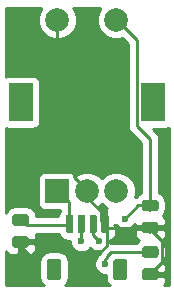
<source format=gbr>
G04 #@! TF.GenerationSoftware,KiCad,Pcbnew,5.0.2-5.fc29*
G04 #@! TF.CreationDate,2019-02-27T20:31:01+01:00*
G04 #@! TF.ProjectId,zynthian_controller_single2_smd_sh,7a796e74-6869-4616-9e5f-636f6e74726f,rev?*
G04 #@! TF.SameCoordinates,Original*
G04 #@! TF.FileFunction,Copper,L1,Top*
G04 #@! TF.FilePolarity,Positive*
%FSLAX46Y46*%
G04 Gerber Fmt 4.6, Leading zero omitted, Abs format (unit mm)*
G04 Created by KiCad (PCBNEW 5.0.2-5.fc29) date mié 27 feb 2019 20:31:01 CET*
%MOMM*%
%LPD*%
G01*
G04 APERTURE LIST*
G04 #@! TA.AperFunction,ComponentPad*
%ADD10R,2.000000X2.000000*%
G04 #@! TD*
G04 #@! TA.AperFunction,ComponentPad*
%ADD11C,2.000000*%
G04 #@! TD*
G04 #@! TA.AperFunction,ComponentPad*
%ADD12R,2.000000X3.200000*%
G04 #@! TD*
G04 #@! TA.AperFunction,Conductor*
%ADD13C,0.100000*%
G04 #@! TD*
G04 #@! TA.AperFunction,SMDPad,CuDef*
%ADD14C,0.975000*%
G04 #@! TD*
G04 #@! TA.AperFunction,SMDPad,CuDef*
%ADD15C,1.200000*%
G04 #@! TD*
G04 #@! TA.AperFunction,SMDPad,CuDef*
%ADD16C,0.600000*%
G04 #@! TD*
G04 #@! TA.AperFunction,ViaPad*
%ADD17C,0.600000*%
G04 #@! TD*
G04 #@! TA.AperFunction,Conductor*
%ADD18C,0.250000*%
G04 #@! TD*
G04 #@! TA.AperFunction,Conductor*
%ADD19C,0.254000*%
G04 #@! TD*
G04 APERTURE END LIST*
D10*
G04 #@! TO.P,SW1,A*
G04 #@! TO.N,N/C*
X153924000Y-111175800D03*
D11*
G04 #@! TO.P,SW1,C*
X156424000Y-111175800D03*
G04 #@! TO.P,SW1,B*
X158924000Y-111175800D03*
D12*
G04 #@! TO.P,SW1,MP*
X150824000Y-103675800D03*
X162024000Y-103675800D03*
D11*
G04 #@! TO.P,SW1,S2*
X153924000Y-96675800D03*
G04 #@! TO.P,SW1,S1*
X158924000Y-96675800D03*
G04 #@! TD*
D13*
G04 #@! TO.N,CON-4*
G04 #@! TO.C,C1*
G36*
X162278142Y-113798674D02*
X162301803Y-113802184D01*
X162325007Y-113807996D01*
X162347529Y-113816054D01*
X162369153Y-113826282D01*
X162389670Y-113838579D01*
X162408883Y-113852829D01*
X162426607Y-113868893D01*
X162442671Y-113886617D01*
X162456921Y-113905830D01*
X162469218Y-113926347D01*
X162479446Y-113947971D01*
X162487504Y-113970493D01*
X162493316Y-113993697D01*
X162496826Y-114017358D01*
X162498000Y-114041250D01*
X162498000Y-114528750D01*
X162496826Y-114552642D01*
X162493316Y-114576303D01*
X162487504Y-114599507D01*
X162479446Y-114622029D01*
X162469218Y-114643653D01*
X162456921Y-114664170D01*
X162442671Y-114683383D01*
X162426607Y-114701107D01*
X162408883Y-114717171D01*
X162389670Y-114731421D01*
X162369153Y-114743718D01*
X162347529Y-114753946D01*
X162325007Y-114762004D01*
X162301803Y-114767816D01*
X162278142Y-114771326D01*
X162254250Y-114772500D01*
X161341750Y-114772500D01*
X161317858Y-114771326D01*
X161294197Y-114767816D01*
X161270993Y-114762004D01*
X161248471Y-114753946D01*
X161226847Y-114743718D01*
X161206330Y-114731421D01*
X161187117Y-114717171D01*
X161169393Y-114701107D01*
X161153329Y-114683383D01*
X161139079Y-114664170D01*
X161126782Y-114643653D01*
X161116554Y-114622029D01*
X161108496Y-114599507D01*
X161102684Y-114576303D01*
X161099174Y-114552642D01*
X161098000Y-114528750D01*
X161098000Y-114041250D01*
X161099174Y-114017358D01*
X161102684Y-113993697D01*
X161108496Y-113970493D01*
X161116554Y-113947971D01*
X161126782Y-113926347D01*
X161139079Y-113905830D01*
X161153329Y-113886617D01*
X161169393Y-113868893D01*
X161187117Y-113852829D01*
X161206330Y-113838579D01*
X161226847Y-113826282D01*
X161248471Y-113816054D01*
X161270993Y-113807996D01*
X161294197Y-113802184D01*
X161317858Y-113798674D01*
X161341750Y-113797500D01*
X162254250Y-113797500D01*
X162278142Y-113798674D01*
X162278142Y-113798674D01*
G37*
D14*
G04 #@! TD*
G04 #@! TO.P,C1,2*
G04 #@! TO.N,CON-4*
X161798000Y-114285000D03*
D13*
G04 #@! TO.N,CON-3*
G04 #@! TO.C,C1*
G36*
X162278142Y-111923674D02*
X162301803Y-111927184D01*
X162325007Y-111932996D01*
X162347529Y-111941054D01*
X162369153Y-111951282D01*
X162389670Y-111963579D01*
X162408883Y-111977829D01*
X162426607Y-111993893D01*
X162442671Y-112011617D01*
X162456921Y-112030830D01*
X162469218Y-112051347D01*
X162479446Y-112072971D01*
X162487504Y-112095493D01*
X162493316Y-112118697D01*
X162496826Y-112142358D01*
X162498000Y-112166250D01*
X162498000Y-112653750D01*
X162496826Y-112677642D01*
X162493316Y-112701303D01*
X162487504Y-112724507D01*
X162479446Y-112747029D01*
X162469218Y-112768653D01*
X162456921Y-112789170D01*
X162442671Y-112808383D01*
X162426607Y-112826107D01*
X162408883Y-112842171D01*
X162389670Y-112856421D01*
X162369153Y-112868718D01*
X162347529Y-112878946D01*
X162325007Y-112887004D01*
X162301803Y-112892816D01*
X162278142Y-112896326D01*
X162254250Y-112897500D01*
X161341750Y-112897500D01*
X161317858Y-112896326D01*
X161294197Y-112892816D01*
X161270993Y-112887004D01*
X161248471Y-112878946D01*
X161226847Y-112868718D01*
X161206330Y-112856421D01*
X161187117Y-112842171D01*
X161169393Y-112826107D01*
X161153329Y-112808383D01*
X161139079Y-112789170D01*
X161126782Y-112768653D01*
X161116554Y-112747029D01*
X161108496Y-112724507D01*
X161102684Y-112701303D01*
X161099174Y-112677642D01*
X161098000Y-112653750D01*
X161098000Y-112166250D01*
X161099174Y-112142358D01*
X161102684Y-112118697D01*
X161108496Y-112095493D01*
X161116554Y-112072971D01*
X161126782Y-112051347D01*
X161139079Y-112030830D01*
X161153329Y-112011617D01*
X161169393Y-111993893D01*
X161187117Y-111977829D01*
X161206330Y-111963579D01*
X161226847Y-111951282D01*
X161248471Y-111941054D01*
X161270993Y-111932996D01*
X161294197Y-111927184D01*
X161317858Y-111923674D01*
X161341750Y-111922500D01*
X162254250Y-111922500D01*
X162278142Y-111923674D01*
X162278142Y-111923674D01*
G37*
D14*
G04 #@! TD*
G04 #@! TO.P,C1,1*
G04 #@! TO.N,CON-3*
X161798000Y-112410000D03*
D13*
G04 #@! TO.N,CON-4*
G04 #@! TO.C,C2*
G36*
X162278142Y-117735674D02*
X162301803Y-117739184D01*
X162325007Y-117744996D01*
X162347529Y-117753054D01*
X162369153Y-117763282D01*
X162389670Y-117775579D01*
X162408883Y-117789829D01*
X162426607Y-117805893D01*
X162442671Y-117823617D01*
X162456921Y-117842830D01*
X162469218Y-117863347D01*
X162479446Y-117884971D01*
X162487504Y-117907493D01*
X162493316Y-117930697D01*
X162496826Y-117954358D01*
X162498000Y-117978250D01*
X162498000Y-118465750D01*
X162496826Y-118489642D01*
X162493316Y-118513303D01*
X162487504Y-118536507D01*
X162479446Y-118559029D01*
X162469218Y-118580653D01*
X162456921Y-118601170D01*
X162442671Y-118620383D01*
X162426607Y-118638107D01*
X162408883Y-118654171D01*
X162389670Y-118668421D01*
X162369153Y-118680718D01*
X162347529Y-118690946D01*
X162325007Y-118699004D01*
X162301803Y-118704816D01*
X162278142Y-118708326D01*
X162254250Y-118709500D01*
X161341750Y-118709500D01*
X161317858Y-118708326D01*
X161294197Y-118704816D01*
X161270993Y-118699004D01*
X161248471Y-118690946D01*
X161226847Y-118680718D01*
X161206330Y-118668421D01*
X161187117Y-118654171D01*
X161169393Y-118638107D01*
X161153329Y-118620383D01*
X161139079Y-118601170D01*
X161126782Y-118580653D01*
X161116554Y-118559029D01*
X161108496Y-118536507D01*
X161102684Y-118513303D01*
X161099174Y-118489642D01*
X161098000Y-118465750D01*
X161098000Y-117978250D01*
X161099174Y-117954358D01*
X161102684Y-117930697D01*
X161108496Y-117907493D01*
X161116554Y-117884971D01*
X161126782Y-117863347D01*
X161139079Y-117842830D01*
X161153329Y-117823617D01*
X161169393Y-117805893D01*
X161187117Y-117789829D01*
X161206330Y-117775579D01*
X161226847Y-117763282D01*
X161248471Y-117753054D01*
X161270993Y-117744996D01*
X161294197Y-117739184D01*
X161317858Y-117735674D01*
X161341750Y-117734500D01*
X162254250Y-117734500D01*
X162278142Y-117735674D01*
X162278142Y-117735674D01*
G37*
D14*
G04 #@! TD*
G04 #@! TO.P,C2,2*
G04 #@! TO.N,CON-4*
X161798000Y-118222000D03*
D13*
G04 #@! TO.N,CON-2*
G04 #@! TO.C,C2*
G36*
X162278142Y-115860674D02*
X162301803Y-115864184D01*
X162325007Y-115869996D01*
X162347529Y-115878054D01*
X162369153Y-115888282D01*
X162389670Y-115900579D01*
X162408883Y-115914829D01*
X162426607Y-115930893D01*
X162442671Y-115948617D01*
X162456921Y-115967830D01*
X162469218Y-115988347D01*
X162479446Y-116009971D01*
X162487504Y-116032493D01*
X162493316Y-116055697D01*
X162496826Y-116079358D01*
X162498000Y-116103250D01*
X162498000Y-116590750D01*
X162496826Y-116614642D01*
X162493316Y-116638303D01*
X162487504Y-116661507D01*
X162479446Y-116684029D01*
X162469218Y-116705653D01*
X162456921Y-116726170D01*
X162442671Y-116745383D01*
X162426607Y-116763107D01*
X162408883Y-116779171D01*
X162389670Y-116793421D01*
X162369153Y-116805718D01*
X162347529Y-116815946D01*
X162325007Y-116824004D01*
X162301803Y-116829816D01*
X162278142Y-116833326D01*
X162254250Y-116834500D01*
X161341750Y-116834500D01*
X161317858Y-116833326D01*
X161294197Y-116829816D01*
X161270993Y-116824004D01*
X161248471Y-116815946D01*
X161226847Y-116805718D01*
X161206330Y-116793421D01*
X161187117Y-116779171D01*
X161169393Y-116763107D01*
X161153329Y-116745383D01*
X161139079Y-116726170D01*
X161126782Y-116705653D01*
X161116554Y-116684029D01*
X161108496Y-116661507D01*
X161102684Y-116638303D01*
X161099174Y-116614642D01*
X161098000Y-116590750D01*
X161098000Y-116103250D01*
X161099174Y-116079358D01*
X161102684Y-116055697D01*
X161108496Y-116032493D01*
X161116554Y-116009971D01*
X161126782Y-115988347D01*
X161139079Y-115967830D01*
X161153329Y-115948617D01*
X161169393Y-115930893D01*
X161187117Y-115914829D01*
X161206330Y-115900579D01*
X161226847Y-115888282D01*
X161248471Y-115878054D01*
X161270993Y-115869996D01*
X161294197Y-115864184D01*
X161317858Y-115860674D01*
X161341750Y-115859500D01*
X162254250Y-115859500D01*
X162278142Y-115860674D01*
X162278142Y-115860674D01*
G37*
D14*
G04 #@! TD*
G04 #@! TO.P,C2,1*
G04 #@! TO.N,CON-2*
X161798000Y-116347000D03*
D13*
G04 #@! TO.N,CON-4*
G04 #@! TO.C,C3*
G36*
X151292642Y-115005174D02*
X151316303Y-115008684D01*
X151339507Y-115014496D01*
X151362029Y-115022554D01*
X151383653Y-115032782D01*
X151404170Y-115045079D01*
X151423383Y-115059329D01*
X151441107Y-115075393D01*
X151457171Y-115093117D01*
X151471421Y-115112330D01*
X151483718Y-115132847D01*
X151493946Y-115154471D01*
X151502004Y-115176993D01*
X151507816Y-115200197D01*
X151511326Y-115223858D01*
X151512500Y-115247750D01*
X151512500Y-115735250D01*
X151511326Y-115759142D01*
X151507816Y-115782803D01*
X151502004Y-115806007D01*
X151493946Y-115828529D01*
X151483718Y-115850153D01*
X151471421Y-115870670D01*
X151457171Y-115889883D01*
X151441107Y-115907607D01*
X151423383Y-115923671D01*
X151404170Y-115937921D01*
X151383653Y-115950218D01*
X151362029Y-115960446D01*
X151339507Y-115968504D01*
X151316303Y-115974316D01*
X151292642Y-115977826D01*
X151268750Y-115979000D01*
X150356250Y-115979000D01*
X150332358Y-115977826D01*
X150308697Y-115974316D01*
X150285493Y-115968504D01*
X150262971Y-115960446D01*
X150241347Y-115950218D01*
X150220830Y-115937921D01*
X150201617Y-115923671D01*
X150183893Y-115907607D01*
X150167829Y-115889883D01*
X150153579Y-115870670D01*
X150141282Y-115850153D01*
X150131054Y-115828529D01*
X150122996Y-115806007D01*
X150117184Y-115782803D01*
X150113674Y-115759142D01*
X150112500Y-115735250D01*
X150112500Y-115247750D01*
X150113674Y-115223858D01*
X150117184Y-115200197D01*
X150122996Y-115176993D01*
X150131054Y-115154471D01*
X150141282Y-115132847D01*
X150153579Y-115112330D01*
X150167829Y-115093117D01*
X150183893Y-115075393D01*
X150201617Y-115059329D01*
X150220830Y-115045079D01*
X150241347Y-115032782D01*
X150262971Y-115022554D01*
X150285493Y-115014496D01*
X150308697Y-115008684D01*
X150332358Y-115005174D01*
X150356250Y-115004000D01*
X151268750Y-115004000D01*
X151292642Y-115005174D01*
X151292642Y-115005174D01*
G37*
D14*
G04 #@! TD*
G04 #@! TO.P,C3,2*
G04 #@! TO.N,CON-4*
X150812500Y-115491500D03*
D13*
G04 #@! TO.N,CON-1*
G04 #@! TO.C,C3*
G36*
X151292642Y-113130174D02*
X151316303Y-113133684D01*
X151339507Y-113139496D01*
X151362029Y-113147554D01*
X151383653Y-113157782D01*
X151404170Y-113170079D01*
X151423383Y-113184329D01*
X151441107Y-113200393D01*
X151457171Y-113218117D01*
X151471421Y-113237330D01*
X151483718Y-113257847D01*
X151493946Y-113279471D01*
X151502004Y-113301993D01*
X151507816Y-113325197D01*
X151511326Y-113348858D01*
X151512500Y-113372750D01*
X151512500Y-113860250D01*
X151511326Y-113884142D01*
X151507816Y-113907803D01*
X151502004Y-113931007D01*
X151493946Y-113953529D01*
X151483718Y-113975153D01*
X151471421Y-113995670D01*
X151457171Y-114014883D01*
X151441107Y-114032607D01*
X151423383Y-114048671D01*
X151404170Y-114062921D01*
X151383653Y-114075218D01*
X151362029Y-114085446D01*
X151339507Y-114093504D01*
X151316303Y-114099316D01*
X151292642Y-114102826D01*
X151268750Y-114104000D01*
X150356250Y-114104000D01*
X150332358Y-114102826D01*
X150308697Y-114099316D01*
X150285493Y-114093504D01*
X150262971Y-114085446D01*
X150241347Y-114075218D01*
X150220830Y-114062921D01*
X150201617Y-114048671D01*
X150183893Y-114032607D01*
X150167829Y-114014883D01*
X150153579Y-113995670D01*
X150141282Y-113975153D01*
X150131054Y-113953529D01*
X150122996Y-113931007D01*
X150117184Y-113907803D01*
X150113674Y-113884142D01*
X150112500Y-113860250D01*
X150112500Y-113372750D01*
X150113674Y-113348858D01*
X150117184Y-113325197D01*
X150122996Y-113301993D01*
X150131054Y-113279471D01*
X150141282Y-113257847D01*
X150153579Y-113237330D01*
X150167829Y-113218117D01*
X150183893Y-113200393D01*
X150201617Y-113184329D01*
X150220830Y-113170079D01*
X150241347Y-113157782D01*
X150262971Y-113147554D01*
X150285493Y-113139496D01*
X150308697Y-113133684D01*
X150332358Y-113130174D01*
X150356250Y-113129000D01*
X151268750Y-113129000D01*
X151292642Y-113130174D01*
X151292642Y-113130174D01*
G37*
D14*
G04 #@! TD*
G04 #@! TO.P,C3,1*
G04 #@! TO.N,CON-1*
X150812500Y-113616500D03*
D13*
G04 #@! TO.N,N/C*
G04 #@! TO.C,J1*
G36*
X159638505Y-116927204D02*
X159662773Y-116930804D01*
X159686572Y-116936765D01*
X159709671Y-116945030D01*
X159731850Y-116955520D01*
X159752893Y-116968132D01*
X159772599Y-116982747D01*
X159790777Y-116999223D01*
X159807253Y-117017401D01*
X159821868Y-117037107D01*
X159834480Y-117058150D01*
X159844970Y-117080329D01*
X159853235Y-117103428D01*
X159859196Y-117127227D01*
X159862796Y-117151495D01*
X159864000Y-117175999D01*
X159864000Y-118476001D01*
X159862796Y-118500505D01*
X159859196Y-118524773D01*
X159853235Y-118548572D01*
X159844970Y-118571671D01*
X159834480Y-118593850D01*
X159821868Y-118614893D01*
X159807253Y-118634599D01*
X159790777Y-118652777D01*
X159772599Y-118669253D01*
X159752893Y-118683868D01*
X159731850Y-118696480D01*
X159709671Y-118706970D01*
X159686572Y-118715235D01*
X159662773Y-118721196D01*
X159638505Y-118724796D01*
X159614001Y-118726000D01*
X158913999Y-118726000D01*
X158889495Y-118724796D01*
X158865227Y-118721196D01*
X158841428Y-118715235D01*
X158818329Y-118706970D01*
X158796150Y-118696480D01*
X158775107Y-118683868D01*
X158755401Y-118669253D01*
X158737223Y-118652777D01*
X158720747Y-118634599D01*
X158706132Y-118614893D01*
X158693520Y-118593850D01*
X158683030Y-118571671D01*
X158674765Y-118548572D01*
X158668804Y-118524773D01*
X158665204Y-118500505D01*
X158664000Y-118476001D01*
X158664000Y-117175999D01*
X158665204Y-117151495D01*
X158668804Y-117127227D01*
X158674765Y-117103428D01*
X158683030Y-117080329D01*
X158693520Y-117058150D01*
X158706132Y-117037107D01*
X158720747Y-117017401D01*
X158737223Y-116999223D01*
X158755401Y-116982747D01*
X158775107Y-116968132D01*
X158796150Y-116955520D01*
X158818329Y-116945030D01*
X158841428Y-116936765D01*
X158865227Y-116930804D01*
X158889495Y-116927204D01*
X158913999Y-116926000D01*
X159614001Y-116926000D01*
X159638505Y-116927204D01*
X159638505Y-116927204D01*
G37*
D15*
G04 #@! TD*
G04 #@! TO.P,J1,MP*
G04 #@! TO.N,N/C*
X159264000Y-117826000D03*
D13*
G04 #@! TO.N,N/C*
G04 #@! TO.C,J1*
G36*
X154038505Y-116927204D02*
X154062773Y-116930804D01*
X154086572Y-116936765D01*
X154109671Y-116945030D01*
X154131850Y-116955520D01*
X154152893Y-116968132D01*
X154172599Y-116982747D01*
X154190777Y-116999223D01*
X154207253Y-117017401D01*
X154221868Y-117037107D01*
X154234480Y-117058150D01*
X154244970Y-117080329D01*
X154253235Y-117103428D01*
X154259196Y-117127227D01*
X154262796Y-117151495D01*
X154264000Y-117175999D01*
X154264000Y-118476001D01*
X154262796Y-118500505D01*
X154259196Y-118524773D01*
X154253235Y-118548572D01*
X154244970Y-118571671D01*
X154234480Y-118593850D01*
X154221868Y-118614893D01*
X154207253Y-118634599D01*
X154190777Y-118652777D01*
X154172599Y-118669253D01*
X154152893Y-118683868D01*
X154131850Y-118696480D01*
X154109671Y-118706970D01*
X154086572Y-118715235D01*
X154062773Y-118721196D01*
X154038505Y-118724796D01*
X154014001Y-118726000D01*
X153313999Y-118726000D01*
X153289495Y-118724796D01*
X153265227Y-118721196D01*
X153241428Y-118715235D01*
X153218329Y-118706970D01*
X153196150Y-118696480D01*
X153175107Y-118683868D01*
X153155401Y-118669253D01*
X153137223Y-118652777D01*
X153120747Y-118634599D01*
X153106132Y-118614893D01*
X153093520Y-118593850D01*
X153083030Y-118571671D01*
X153074765Y-118548572D01*
X153068804Y-118524773D01*
X153065204Y-118500505D01*
X153064000Y-118476001D01*
X153064000Y-117175999D01*
X153065204Y-117151495D01*
X153068804Y-117127227D01*
X153074765Y-117103428D01*
X153083030Y-117080329D01*
X153093520Y-117058150D01*
X153106132Y-117037107D01*
X153120747Y-117017401D01*
X153137223Y-116999223D01*
X153155401Y-116982747D01*
X153175107Y-116968132D01*
X153196150Y-116955520D01*
X153218329Y-116945030D01*
X153241428Y-116936765D01*
X153265227Y-116930804D01*
X153289495Y-116927204D01*
X153313999Y-116926000D01*
X154014001Y-116926000D01*
X154038505Y-116927204D01*
X154038505Y-116927204D01*
G37*
D15*
G04 #@! TD*
G04 #@! TO.P,J1,MP*
G04 #@! TO.N,N/C*
X153664000Y-117826000D03*
D13*
G04 #@! TO.N,CON-4*
G04 #@! TO.C,J1*
G36*
X158128703Y-113176722D02*
X158143264Y-113178882D01*
X158157543Y-113182459D01*
X158171403Y-113187418D01*
X158184710Y-113193712D01*
X158197336Y-113201280D01*
X158209159Y-113210048D01*
X158220066Y-113219934D01*
X158229952Y-113230841D01*
X158238720Y-113242664D01*
X158246288Y-113255290D01*
X158252582Y-113268597D01*
X158257541Y-113282457D01*
X158261118Y-113296736D01*
X158263278Y-113311297D01*
X158264000Y-113326000D01*
X158264000Y-114576000D01*
X158263278Y-114590703D01*
X158261118Y-114605264D01*
X158257541Y-114619543D01*
X158252582Y-114633403D01*
X158246288Y-114646710D01*
X158238720Y-114659336D01*
X158229952Y-114671159D01*
X158220066Y-114682066D01*
X158209159Y-114691952D01*
X158197336Y-114700720D01*
X158184710Y-114708288D01*
X158171403Y-114714582D01*
X158157543Y-114719541D01*
X158143264Y-114723118D01*
X158128703Y-114725278D01*
X158114000Y-114726000D01*
X157814000Y-114726000D01*
X157799297Y-114725278D01*
X157784736Y-114723118D01*
X157770457Y-114719541D01*
X157756597Y-114714582D01*
X157743290Y-114708288D01*
X157730664Y-114700720D01*
X157718841Y-114691952D01*
X157707934Y-114682066D01*
X157698048Y-114671159D01*
X157689280Y-114659336D01*
X157681712Y-114646710D01*
X157675418Y-114633403D01*
X157670459Y-114619543D01*
X157666882Y-114605264D01*
X157664722Y-114590703D01*
X157664000Y-114576000D01*
X157664000Y-113326000D01*
X157664722Y-113311297D01*
X157666882Y-113296736D01*
X157670459Y-113282457D01*
X157675418Y-113268597D01*
X157681712Y-113255290D01*
X157689280Y-113242664D01*
X157698048Y-113230841D01*
X157707934Y-113219934D01*
X157718841Y-113210048D01*
X157730664Y-113201280D01*
X157743290Y-113193712D01*
X157756597Y-113187418D01*
X157770457Y-113182459D01*
X157784736Y-113178882D01*
X157799297Y-113176722D01*
X157814000Y-113176000D01*
X158114000Y-113176000D01*
X158128703Y-113176722D01*
X158128703Y-113176722D01*
G37*
D16*
G04 #@! TD*
G04 #@! TO.P,J1,4*
G04 #@! TO.N,CON-4*
X157964000Y-113951000D03*
D13*
G04 #@! TO.N,CON-3*
G04 #@! TO.C,J1*
G36*
X157128703Y-113176722D02*
X157143264Y-113178882D01*
X157157543Y-113182459D01*
X157171403Y-113187418D01*
X157184710Y-113193712D01*
X157197336Y-113201280D01*
X157209159Y-113210048D01*
X157220066Y-113219934D01*
X157229952Y-113230841D01*
X157238720Y-113242664D01*
X157246288Y-113255290D01*
X157252582Y-113268597D01*
X157257541Y-113282457D01*
X157261118Y-113296736D01*
X157263278Y-113311297D01*
X157264000Y-113326000D01*
X157264000Y-114576000D01*
X157263278Y-114590703D01*
X157261118Y-114605264D01*
X157257541Y-114619543D01*
X157252582Y-114633403D01*
X157246288Y-114646710D01*
X157238720Y-114659336D01*
X157229952Y-114671159D01*
X157220066Y-114682066D01*
X157209159Y-114691952D01*
X157197336Y-114700720D01*
X157184710Y-114708288D01*
X157171403Y-114714582D01*
X157157543Y-114719541D01*
X157143264Y-114723118D01*
X157128703Y-114725278D01*
X157114000Y-114726000D01*
X156814000Y-114726000D01*
X156799297Y-114725278D01*
X156784736Y-114723118D01*
X156770457Y-114719541D01*
X156756597Y-114714582D01*
X156743290Y-114708288D01*
X156730664Y-114700720D01*
X156718841Y-114691952D01*
X156707934Y-114682066D01*
X156698048Y-114671159D01*
X156689280Y-114659336D01*
X156681712Y-114646710D01*
X156675418Y-114633403D01*
X156670459Y-114619543D01*
X156666882Y-114605264D01*
X156664722Y-114590703D01*
X156664000Y-114576000D01*
X156664000Y-113326000D01*
X156664722Y-113311297D01*
X156666882Y-113296736D01*
X156670459Y-113282457D01*
X156675418Y-113268597D01*
X156681712Y-113255290D01*
X156689280Y-113242664D01*
X156698048Y-113230841D01*
X156707934Y-113219934D01*
X156718841Y-113210048D01*
X156730664Y-113201280D01*
X156743290Y-113193712D01*
X156756597Y-113187418D01*
X156770457Y-113182459D01*
X156784736Y-113178882D01*
X156799297Y-113176722D01*
X156814000Y-113176000D01*
X157114000Y-113176000D01*
X157128703Y-113176722D01*
X157128703Y-113176722D01*
G37*
D16*
G04 #@! TD*
G04 #@! TO.P,J1,3*
G04 #@! TO.N,CON-3*
X156964000Y-113951000D03*
D13*
G04 #@! TO.N,CON-2*
G04 #@! TO.C,J1*
G36*
X156128703Y-113176722D02*
X156143264Y-113178882D01*
X156157543Y-113182459D01*
X156171403Y-113187418D01*
X156184710Y-113193712D01*
X156197336Y-113201280D01*
X156209159Y-113210048D01*
X156220066Y-113219934D01*
X156229952Y-113230841D01*
X156238720Y-113242664D01*
X156246288Y-113255290D01*
X156252582Y-113268597D01*
X156257541Y-113282457D01*
X156261118Y-113296736D01*
X156263278Y-113311297D01*
X156264000Y-113326000D01*
X156264000Y-114576000D01*
X156263278Y-114590703D01*
X156261118Y-114605264D01*
X156257541Y-114619543D01*
X156252582Y-114633403D01*
X156246288Y-114646710D01*
X156238720Y-114659336D01*
X156229952Y-114671159D01*
X156220066Y-114682066D01*
X156209159Y-114691952D01*
X156197336Y-114700720D01*
X156184710Y-114708288D01*
X156171403Y-114714582D01*
X156157543Y-114719541D01*
X156143264Y-114723118D01*
X156128703Y-114725278D01*
X156114000Y-114726000D01*
X155814000Y-114726000D01*
X155799297Y-114725278D01*
X155784736Y-114723118D01*
X155770457Y-114719541D01*
X155756597Y-114714582D01*
X155743290Y-114708288D01*
X155730664Y-114700720D01*
X155718841Y-114691952D01*
X155707934Y-114682066D01*
X155698048Y-114671159D01*
X155689280Y-114659336D01*
X155681712Y-114646710D01*
X155675418Y-114633403D01*
X155670459Y-114619543D01*
X155666882Y-114605264D01*
X155664722Y-114590703D01*
X155664000Y-114576000D01*
X155664000Y-113326000D01*
X155664722Y-113311297D01*
X155666882Y-113296736D01*
X155670459Y-113282457D01*
X155675418Y-113268597D01*
X155681712Y-113255290D01*
X155689280Y-113242664D01*
X155698048Y-113230841D01*
X155707934Y-113219934D01*
X155718841Y-113210048D01*
X155730664Y-113201280D01*
X155743290Y-113193712D01*
X155756597Y-113187418D01*
X155770457Y-113182459D01*
X155784736Y-113178882D01*
X155799297Y-113176722D01*
X155814000Y-113176000D01*
X156114000Y-113176000D01*
X156128703Y-113176722D01*
X156128703Y-113176722D01*
G37*
D16*
G04 #@! TD*
G04 #@! TO.P,J1,2*
G04 #@! TO.N,CON-2*
X155964000Y-113951000D03*
D13*
G04 #@! TO.N,CON-1*
G04 #@! TO.C,J1*
G36*
X155128703Y-113176722D02*
X155143264Y-113178882D01*
X155157543Y-113182459D01*
X155171403Y-113187418D01*
X155184710Y-113193712D01*
X155197336Y-113201280D01*
X155209159Y-113210048D01*
X155220066Y-113219934D01*
X155229952Y-113230841D01*
X155238720Y-113242664D01*
X155246288Y-113255290D01*
X155252582Y-113268597D01*
X155257541Y-113282457D01*
X155261118Y-113296736D01*
X155263278Y-113311297D01*
X155264000Y-113326000D01*
X155264000Y-114576000D01*
X155263278Y-114590703D01*
X155261118Y-114605264D01*
X155257541Y-114619543D01*
X155252582Y-114633403D01*
X155246288Y-114646710D01*
X155238720Y-114659336D01*
X155229952Y-114671159D01*
X155220066Y-114682066D01*
X155209159Y-114691952D01*
X155197336Y-114700720D01*
X155184710Y-114708288D01*
X155171403Y-114714582D01*
X155157543Y-114719541D01*
X155143264Y-114723118D01*
X155128703Y-114725278D01*
X155114000Y-114726000D01*
X154814000Y-114726000D01*
X154799297Y-114725278D01*
X154784736Y-114723118D01*
X154770457Y-114719541D01*
X154756597Y-114714582D01*
X154743290Y-114708288D01*
X154730664Y-114700720D01*
X154718841Y-114691952D01*
X154707934Y-114682066D01*
X154698048Y-114671159D01*
X154689280Y-114659336D01*
X154681712Y-114646710D01*
X154675418Y-114633403D01*
X154670459Y-114619543D01*
X154666882Y-114605264D01*
X154664722Y-114590703D01*
X154664000Y-114576000D01*
X154664000Y-113326000D01*
X154664722Y-113311297D01*
X154666882Y-113296736D01*
X154670459Y-113282457D01*
X154675418Y-113268597D01*
X154681712Y-113255290D01*
X154689280Y-113242664D01*
X154698048Y-113230841D01*
X154707934Y-113219934D01*
X154718841Y-113210048D01*
X154730664Y-113201280D01*
X154743290Y-113193712D01*
X154756597Y-113187418D01*
X154770457Y-113182459D01*
X154784736Y-113178882D01*
X154799297Y-113176722D01*
X154814000Y-113176000D01*
X155114000Y-113176000D01*
X155128703Y-113176722D01*
X155128703Y-113176722D01*
G37*
D16*
G04 #@! TD*
G04 #@! TO.P,J1,1*
G04 #@! TO.N,CON-1*
X154964000Y-113951000D03*
D17*
G04 #@! TO.N,CON-2*
X155956000Y-115443000D03*
X157988000Y-117348000D03*
G04 #@! TO.N,CON-3*
X159639000Y-113538000D03*
X157480000Y-115443000D03*
G04 #@! TO.N,CON-4*
X157480000Y-116459000D03*
X151892000Y-116967000D03*
G04 #@! TD*
D18*
G04 #@! TO.N,CON-2*
X155956000Y-115443000D02*
X155956000Y-114046000D01*
X155956000Y-114046000D02*
X155964000Y-114013500D01*
X161798000Y-116284500D02*
X161798000Y-116332000D01*
X161798000Y-116332000D02*
X158496000Y-116332000D01*
X158496000Y-116332000D02*
X158115000Y-116713000D01*
X158115000Y-116713000D02*
X158115000Y-116840000D01*
X158115000Y-116840000D02*
X157988000Y-116967000D01*
X157988000Y-116967000D02*
X157988000Y-117348000D01*
G04 #@! TO.N,CON-1*
X153924000Y-111175800D02*
X153924000Y-111125000D01*
X153924000Y-111125000D02*
X154940000Y-112141000D01*
X154940000Y-112141000D02*
X154940000Y-114046000D01*
X154940000Y-114046000D02*
X154964000Y-114013500D01*
X154964000Y-114013500D02*
X154940000Y-114046000D01*
X154940000Y-114046000D02*
X151384000Y-114046000D01*
X151384000Y-114046000D02*
X150876000Y-113538000D01*
X150876000Y-113538000D02*
X150812500Y-113554000D01*
G04 #@! TO.N,CON-3*
X158924000Y-96675800D02*
X158877000Y-96647000D01*
X158877000Y-96647000D02*
X160655000Y-98425000D01*
X160655000Y-98425000D02*
X160655000Y-105664000D01*
X160655000Y-105664000D02*
X161798000Y-106807000D01*
X161798000Y-106807000D02*
X161798000Y-112347500D01*
X161798000Y-112347500D02*
X161798000Y-112395000D01*
X161798000Y-112395000D02*
X160782000Y-112395000D01*
X160782000Y-112395000D02*
X159639000Y-113538000D01*
X157480000Y-115443000D02*
X156972000Y-114935000D01*
X156972000Y-114935000D02*
X156972000Y-114046000D01*
X156972000Y-114046000D02*
X156964000Y-114013500D01*
G04 #@! TO.N,CON-4*
X156424000Y-111175800D02*
X156464000Y-111125000D01*
X156464000Y-111125000D02*
X155321000Y-109982000D01*
X155321000Y-109982000D02*
X155321000Y-109728000D01*
X155321000Y-109728000D02*
X153924000Y-108331000D01*
X153924000Y-108331000D02*
X153924000Y-96675800D01*
X157964000Y-114013500D02*
X157988000Y-114046000D01*
X157988000Y-114046000D02*
X158115000Y-114173000D01*
X158115000Y-114173000D02*
X158115000Y-115824000D01*
X158115000Y-115824000D02*
X157480000Y-116459000D01*
X151892000Y-116967000D02*
X150876000Y-115951000D01*
X150876000Y-115951000D02*
X150876000Y-115570000D01*
X150876000Y-115570000D02*
X150812500Y-115554000D01*
X157964000Y-114013500D02*
X157988000Y-114046000D01*
X157988000Y-114046000D02*
X157607000Y-113665000D01*
X157607000Y-113665000D02*
X157607000Y-112903000D01*
X157607000Y-112903000D02*
X156464000Y-111760000D01*
X156464000Y-111760000D02*
X156464000Y-111125000D01*
X156464000Y-111125000D02*
X156424000Y-111175800D01*
X161798000Y-114347500D02*
X161798000Y-114300000D01*
X161798000Y-114300000D02*
X158242000Y-114300000D01*
X158242000Y-114300000D02*
X157988000Y-114046000D01*
X157988000Y-114046000D02*
X157964000Y-114013500D01*
X161798000Y-118284500D02*
X161798000Y-118237000D01*
X161798000Y-118237000D02*
X162814000Y-117221000D01*
X162814000Y-117221000D02*
X162814000Y-115443000D01*
X162814000Y-115443000D02*
X161798000Y-114427000D01*
X161798000Y-114427000D02*
X161798000Y-114347500D01*
G04 #@! TD*
D19*
G04 #@! TO.N,CON-4*
G36*
X163374001Y-119178000D02*
X162927526Y-119178000D01*
X163036327Y-119069198D01*
X163133000Y-118835809D01*
X163133000Y-118507750D01*
X162974250Y-118349000D01*
X161925000Y-118349000D01*
X161925000Y-118369000D01*
X161671000Y-118369000D01*
X161671000Y-118349000D01*
X161651000Y-118349000D01*
X161651000Y-118095000D01*
X161671000Y-118095000D01*
X161671000Y-118075000D01*
X161925000Y-118075000D01*
X161925000Y-118095000D01*
X162974250Y-118095000D01*
X163133000Y-117936250D01*
X163133000Y-117608191D01*
X163036327Y-117374802D01*
X162883233Y-117221707D01*
X162884416Y-117220916D01*
X163077602Y-116931794D01*
X163145440Y-116590750D01*
X163145440Y-116103250D01*
X163077602Y-115762206D01*
X162884416Y-115473084D01*
X162724286Y-115366088D01*
X162857699Y-115310827D01*
X163036327Y-115132198D01*
X163133000Y-114898809D01*
X163133000Y-114570750D01*
X162974250Y-114412000D01*
X161925000Y-114412000D01*
X161925000Y-114432000D01*
X161671000Y-114432000D01*
X161671000Y-114412000D01*
X160621750Y-114412000D01*
X160463000Y-114570750D01*
X160463000Y-114898809D01*
X160559673Y-115132198D01*
X160738301Y-115310827D01*
X160871714Y-115366088D01*
X160711584Y-115473084D01*
X160645490Y-115572000D01*
X158570846Y-115572000D01*
X158495999Y-115557112D01*
X158421152Y-115572000D01*
X158421148Y-115572000D01*
X158415000Y-115573223D01*
X158415000Y-115350773D01*
X158623698Y-115264327D01*
X158802327Y-115085699D01*
X158899000Y-114852310D01*
X158899000Y-114236750D01*
X158740252Y-114078002D01*
X158856712Y-114078002D01*
X159109365Y-114330655D01*
X159453017Y-114473000D01*
X159824983Y-114473000D01*
X160168635Y-114330655D01*
X160431655Y-114067635D01*
X160463000Y-113991961D01*
X160463000Y-113999250D01*
X160621750Y-114158000D01*
X161671000Y-114158000D01*
X161671000Y-114138000D01*
X161925000Y-114138000D01*
X161925000Y-114158000D01*
X162974250Y-114158000D01*
X163133000Y-113999250D01*
X163133000Y-113671191D01*
X163036327Y-113437802D01*
X162883233Y-113284707D01*
X162884416Y-113283916D01*
X163077602Y-112994794D01*
X163145440Y-112653750D01*
X163145440Y-112166250D01*
X163077602Y-111825206D01*
X162884416Y-111536084D01*
X162595294Y-111342898D01*
X162558000Y-111335480D01*
X162558000Y-106881846D01*
X162572888Y-106806999D01*
X162558000Y-106732152D01*
X162558000Y-106732148D01*
X162513904Y-106510463D01*
X162345929Y-106259071D01*
X162282473Y-106216671D01*
X161989042Y-105923240D01*
X163024000Y-105923240D01*
X163271765Y-105873957D01*
X163374000Y-105805645D01*
X163374001Y-119178000D01*
X163374001Y-119178000D01*
G37*
X163374001Y-119178000D02*
X162927526Y-119178000D01*
X163036327Y-119069198D01*
X163133000Y-118835809D01*
X163133000Y-118507750D01*
X162974250Y-118349000D01*
X161925000Y-118349000D01*
X161925000Y-118369000D01*
X161671000Y-118369000D01*
X161671000Y-118349000D01*
X161651000Y-118349000D01*
X161651000Y-118095000D01*
X161671000Y-118095000D01*
X161671000Y-118075000D01*
X161925000Y-118075000D01*
X161925000Y-118095000D01*
X162974250Y-118095000D01*
X163133000Y-117936250D01*
X163133000Y-117608191D01*
X163036327Y-117374802D01*
X162883233Y-117221707D01*
X162884416Y-117220916D01*
X163077602Y-116931794D01*
X163145440Y-116590750D01*
X163145440Y-116103250D01*
X163077602Y-115762206D01*
X162884416Y-115473084D01*
X162724286Y-115366088D01*
X162857699Y-115310827D01*
X163036327Y-115132198D01*
X163133000Y-114898809D01*
X163133000Y-114570750D01*
X162974250Y-114412000D01*
X161925000Y-114412000D01*
X161925000Y-114432000D01*
X161671000Y-114432000D01*
X161671000Y-114412000D01*
X160621750Y-114412000D01*
X160463000Y-114570750D01*
X160463000Y-114898809D01*
X160559673Y-115132198D01*
X160738301Y-115310827D01*
X160871714Y-115366088D01*
X160711584Y-115473084D01*
X160645490Y-115572000D01*
X158570846Y-115572000D01*
X158495999Y-115557112D01*
X158421152Y-115572000D01*
X158421148Y-115572000D01*
X158415000Y-115573223D01*
X158415000Y-115350773D01*
X158623698Y-115264327D01*
X158802327Y-115085699D01*
X158899000Y-114852310D01*
X158899000Y-114236750D01*
X158740252Y-114078002D01*
X158856712Y-114078002D01*
X159109365Y-114330655D01*
X159453017Y-114473000D01*
X159824983Y-114473000D01*
X160168635Y-114330655D01*
X160431655Y-114067635D01*
X160463000Y-113991961D01*
X160463000Y-113999250D01*
X160621750Y-114158000D01*
X161671000Y-114158000D01*
X161671000Y-114138000D01*
X161925000Y-114138000D01*
X161925000Y-114158000D01*
X162974250Y-114158000D01*
X163133000Y-113999250D01*
X163133000Y-113671191D01*
X163036327Y-113437802D01*
X162883233Y-113284707D01*
X162884416Y-113283916D01*
X163077602Y-112994794D01*
X163145440Y-112653750D01*
X163145440Y-112166250D01*
X163077602Y-111825206D01*
X162884416Y-111536084D01*
X162595294Y-111342898D01*
X162558000Y-111335480D01*
X162558000Y-106881846D01*
X162572888Y-106806999D01*
X162558000Y-106732152D01*
X162558000Y-106732148D01*
X162513904Y-106510463D01*
X162345929Y-106259071D01*
X162282473Y-106216671D01*
X161989042Y-105923240D01*
X163024000Y-105923240D01*
X163271765Y-105873957D01*
X163374000Y-105805645D01*
X163374001Y-119178000D01*
G36*
X154077262Y-114881167D02*
X154250125Y-115139875D01*
X154508833Y-115312738D01*
X154814000Y-115373440D01*
X155021000Y-115373440D01*
X155021000Y-115628983D01*
X155163345Y-115972635D01*
X155426365Y-116235655D01*
X155770017Y-116378000D01*
X156141983Y-116378000D01*
X156485635Y-116235655D01*
X156718000Y-116003290D01*
X156950365Y-116235655D01*
X157294017Y-116378000D01*
X157424797Y-116378000D01*
X157399096Y-116416464D01*
X157380989Y-116507494D01*
X157272096Y-116670464D01*
X157254429Y-116759281D01*
X157195345Y-116818365D01*
X157053000Y-117162017D01*
X157053000Y-117533983D01*
X157195345Y-117877635D01*
X157458365Y-118140655D01*
X157802017Y-118283000D01*
X158016560Y-118283000D01*
X158016560Y-118476001D01*
X158084873Y-118819436D01*
X158279414Y-119110586D01*
X158380306Y-119178000D01*
X154547694Y-119178000D01*
X154648586Y-119110586D01*
X154843127Y-118819436D01*
X154911440Y-118476001D01*
X154911440Y-117175999D01*
X154843127Y-116832564D01*
X154648586Y-116541414D01*
X154357436Y-116346873D01*
X154014001Y-116278560D01*
X153313999Y-116278560D01*
X152970564Y-116346873D01*
X152679414Y-116541414D01*
X152484873Y-116832564D01*
X152416560Y-117175999D01*
X152416560Y-118476001D01*
X152484873Y-118819436D01*
X152679414Y-119110586D01*
X152780306Y-119178000D01*
X149554000Y-119178000D01*
X149554000Y-116289996D01*
X149574173Y-116338698D01*
X149752801Y-116517327D01*
X149986190Y-116614000D01*
X150526750Y-116614000D01*
X150685500Y-116455250D01*
X150685500Y-115618500D01*
X150939500Y-115618500D01*
X150939500Y-116455250D01*
X151098250Y-116614000D01*
X151638810Y-116614000D01*
X151872199Y-116517327D01*
X152050827Y-116338698D01*
X152147500Y-116105309D01*
X152147500Y-115777250D01*
X151988750Y-115618500D01*
X150939500Y-115618500D01*
X150685500Y-115618500D01*
X150665500Y-115618500D01*
X150665500Y-115364500D01*
X150685500Y-115364500D01*
X150685500Y-115344500D01*
X150939500Y-115344500D01*
X150939500Y-115364500D01*
X151988750Y-115364500D01*
X152147500Y-115205750D01*
X152147500Y-114877691D01*
X152117805Y-114806000D01*
X154062310Y-114806000D01*
X154077262Y-114881167D01*
X154077262Y-114881167D01*
G37*
X154077262Y-114881167D02*
X154250125Y-115139875D01*
X154508833Y-115312738D01*
X154814000Y-115373440D01*
X155021000Y-115373440D01*
X155021000Y-115628983D01*
X155163345Y-115972635D01*
X155426365Y-116235655D01*
X155770017Y-116378000D01*
X156141983Y-116378000D01*
X156485635Y-116235655D01*
X156718000Y-116003290D01*
X156950365Y-116235655D01*
X157294017Y-116378000D01*
X157424797Y-116378000D01*
X157399096Y-116416464D01*
X157380989Y-116507494D01*
X157272096Y-116670464D01*
X157254429Y-116759281D01*
X157195345Y-116818365D01*
X157053000Y-117162017D01*
X157053000Y-117533983D01*
X157195345Y-117877635D01*
X157458365Y-118140655D01*
X157802017Y-118283000D01*
X158016560Y-118283000D01*
X158016560Y-118476001D01*
X158084873Y-118819436D01*
X158279414Y-119110586D01*
X158380306Y-119178000D01*
X154547694Y-119178000D01*
X154648586Y-119110586D01*
X154843127Y-118819436D01*
X154911440Y-118476001D01*
X154911440Y-117175999D01*
X154843127Y-116832564D01*
X154648586Y-116541414D01*
X154357436Y-116346873D01*
X154014001Y-116278560D01*
X153313999Y-116278560D01*
X152970564Y-116346873D01*
X152679414Y-116541414D01*
X152484873Y-116832564D01*
X152416560Y-117175999D01*
X152416560Y-118476001D01*
X152484873Y-118819436D01*
X152679414Y-119110586D01*
X152780306Y-119178000D01*
X149554000Y-119178000D01*
X149554000Y-116289996D01*
X149574173Y-116338698D01*
X149752801Y-116517327D01*
X149986190Y-116614000D01*
X150526750Y-116614000D01*
X150685500Y-116455250D01*
X150685500Y-115618500D01*
X150939500Y-115618500D01*
X150939500Y-116455250D01*
X151098250Y-116614000D01*
X151638810Y-116614000D01*
X151872199Y-116517327D01*
X152050827Y-116338698D01*
X152147500Y-116105309D01*
X152147500Y-115777250D01*
X151988750Y-115618500D01*
X150939500Y-115618500D01*
X150685500Y-115618500D01*
X150665500Y-115618500D01*
X150665500Y-115364500D01*
X150685500Y-115364500D01*
X150685500Y-115344500D01*
X150939500Y-115344500D01*
X150939500Y-115364500D01*
X151988750Y-115364500D01*
X152147500Y-115205750D01*
X152147500Y-114877691D01*
X152117805Y-114806000D01*
X154062310Y-114806000D01*
X154077262Y-114881167D01*
G36*
X157997847Y-112561886D02*
X158161201Y-112629549D01*
X158091000Y-112699750D01*
X158091000Y-113824000D01*
X158111000Y-113824000D01*
X158111000Y-114078000D01*
X158091000Y-114078000D01*
X158091000Y-114098000D01*
X157911440Y-114098000D01*
X157911440Y-113326000D01*
X157850738Y-113020833D01*
X157837000Y-113000273D01*
X157837000Y-112699750D01*
X157678250Y-112541000D01*
X157537691Y-112541000D01*
X157419936Y-112589776D01*
X157419167Y-112589262D01*
X157327893Y-112571106D01*
X157350153Y-112561886D01*
X157674000Y-112238039D01*
X157997847Y-112561886D01*
X157997847Y-112561886D01*
G37*
X157997847Y-112561886D02*
X158161201Y-112629549D01*
X158091000Y-112699750D01*
X158091000Y-113824000D01*
X158111000Y-113824000D01*
X158111000Y-114078000D01*
X158091000Y-114078000D01*
X158091000Y-114098000D01*
X157911440Y-114098000D01*
X157911440Y-113326000D01*
X157850738Y-113020833D01*
X157837000Y-113000273D01*
X157837000Y-112699750D01*
X157678250Y-112541000D01*
X157537691Y-112541000D01*
X157419936Y-112589776D01*
X157419167Y-112589262D01*
X157327893Y-112571106D01*
X157350153Y-112561886D01*
X157674000Y-112238039D01*
X157997847Y-112561886D01*
G36*
X152537914Y-95749647D02*
X152289000Y-96350578D01*
X152289000Y-97001022D01*
X152537914Y-97601953D01*
X152997847Y-98061886D01*
X153598778Y-98310800D01*
X154249222Y-98310800D01*
X154850153Y-98061886D01*
X155310086Y-97601953D01*
X155559000Y-97001022D01*
X155559000Y-96350578D01*
X155310086Y-95749647D01*
X155266439Y-95706000D01*
X157581561Y-95706000D01*
X157537914Y-95749647D01*
X157289000Y-96350578D01*
X157289000Y-97001022D01*
X157537914Y-97601953D01*
X157997847Y-98061886D01*
X158598778Y-98310800D01*
X159249222Y-98310800D01*
X159402506Y-98247308D01*
X159895000Y-98739802D01*
X159895001Y-105589148D01*
X159880112Y-105664000D01*
X159895001Y-105738852D01*
X159939097Y-105960537D01*
X160107072Y-106211929D01*
X160170528Y-106254329D01*
X161038000Y-107121802D01*
X161038001Y-111335480D01*
X161000706Y-111342898D01*
X160711584Y-111536084D01*
X160636039Y-111649144D01*
X160485463Y-111679096D01*
X160485154Y-111679303D01*
X160559000Y-111501022D01*
X160559000Y-110850578D01*
X160310086Y-110249647D01*
X159850153Y-109789714D01*
X159249222Y-109540800D01*
X158598778Y-109540800D01*
X157997847Y-109789714D01*
X157674000Y-110113561D01*
X157350153Y-109789714D01*
X156749222Y-109540800D01*
X156098778Y-109540800D01*
X155497847Y-109789714D01*
X155457016Y-109830545D01*
X155381809Y-109717991D01*
X155171765Y-109577643D01*
X154924000Y-109528360D01*
X152924000Y-109528360D01*
X152676235Y-109577643D01*
X152466191Y-109717991D01*
X152325843Y-109928035D01*
X152276560Y-110175800D01*
X152276560Y-112175800D01*
X152325843Y-112423565D01*
X152466191Y-112633609D01*
X152676235Y-112773957D01*
X152924000Y-112823240D01*
X154180000Y-112823240D01*
X154180000Y-112867074D01*
X154077262Y-113020833D01*
X154024517Y-113286000D01*
X152142684Y-113286000D01*
X152092102Y-113031706D01*
X151898916Y-112742584D01*
X151609794Y-112549398D01*
X151268750Y-112481560D01*
X150356250Y-112481560D01*
X150015206Y-112549398D01*
X149726084Y-112742584D01*
X149554000Y-113000125D01*
X149554000Y-105859100D01*
X149576235Y-105873957D01*
X149824000Y-105923240D01*
X151824000Y-105923240D01*
X152071765Y-105873957D01*
X152281809Y-105733609D01*
X152422157Y-105523565D01*
X152471440Y-105275800D01*
X152471440Y-102075800D01*
X152422157Y-101828035D01*
X152281809Y-101617991D01*
X152071765Y-101477643D01*
X151824000Y-101428360D01*
X149824000Y-101428360D01*
X149576235Y-101477643D01*
X149554000Y-101492500D01*
X149554000Y-95706000D01*
X152581561Y-95706000D01*
X152537914Y-95749647D01*
X152537914Y-95749647D01*
G37*
X152537914Y-95749647D02*
X152289000Y-96350578D01*
X152289000Y-97001022D01*
X152537914Y-97601953D01*
X152997847Y-98061886D01*
X153598778Y-98310800D01*
X154249222Y-98310800D01*
X154850153Y-98061886D01*
X155310086Y-97601953D01*
X155559000Y-97001022D01*
X155559000Y-96350578D01*
X155310086Y-95749647D01*
X155266439Y-95706000D01*
X157581561Y-95706000D01*
X157537914Y-95749647D01*
X157289000Y-96350578D01*
X157289000Y-97001022D01*
X157537914Y-97601953D01*
X157997847Y-98061886D01*
X158598778Y-98310800D01*
X159249222Y-98310800D01*
X159402506Y-98247308D01*
X159895000Y-98739802D01*
X159895001Y-105589148D01*
X159880112Y-105664000D01*
X159895001Y-105738852D01*
X159939097Y-105960537D01*
X160107072Y-106211929D01*
X160170528Y-106254329D01*
X161038000Y-107121802D01*
X161038001Y-111335480D01*
X161000706Y-111342898D01*
X160711584Y-111536084D01*
X160636039Y-111649144D01*
X160485463Y-111679096D01*
X160485154Y-111679303D01*
X160559000Y-111501022D01*
X160559000Y-110850578D01*
X160310086Y-110249647D01*
X159850153Y-109789714D01*
X159249222Y-109540800D01*
X158598778Y-109540800D01*
X157997847Y-109789714D01*
X157674000Y-110113561D01*
X157350153Y-109789714D01*
X156749222Y-109540800D01*
X156098778Y-109540800D01*
X155497847Y-109789714D01*
X155457016Y-109830545D01*
X155381809Y-109717991D01*
X155171765Y-109577643D01*
X154924000Y-109528360D01*
X152924000Y-109528360D01*
X152676235Y-109577643D01*
X152466191Y-109717991D01*
X152325843Y-109928035D01*
X152276560Y-110175800D01*
X152276560Y-112175800D01*
X152325843Y-112423565D01*
X152466191Y-112633609D01*
X152676235Y-112773957D01*
X152924000Y-112823240D01*
X154180000Y-112823240D01*
X154180000Y-112867074D01*
X154077262Y-113020833D01*
X154024517Y-113286000D01*
X152142684Y-113286000D01*
X152092102Y-113031706D01*
X151898916Y-112742584D01*
X151609794Y-112549398D01*
X151268750Y-112481560D01*
X150356250Y-112481560D01*
X150015206Y-112549398D01*
X149726084Y-112742584D01*
X149554000Y-113000125D01*
X149554000Y-105859100D01*
X149576235Y-105873957D01*
X149824000Y-105923240D01*
X151824000Y-105923240D01*
X152071765Y-105873957D01*
X152281809Y-105733609D01*
X152422157Y-105523565D01*
X152471440Y-105275800D01*
X152471440Y-102075800D01*
X152422157Y-101828035D01*
X152281809Y-101617991D01*
X152071765Y-101477643D01*
X151824000Y-101428360D01*
X149824000Y-101428360D01*
X149576235Y-101477643D01*
X149554000Y-101492500D01*
X149554000Y-95706000D01*
X152581561Y-95706000D01*
X152537914Y-95749647D01*
G04 #@! TD*
M02*

</source>
